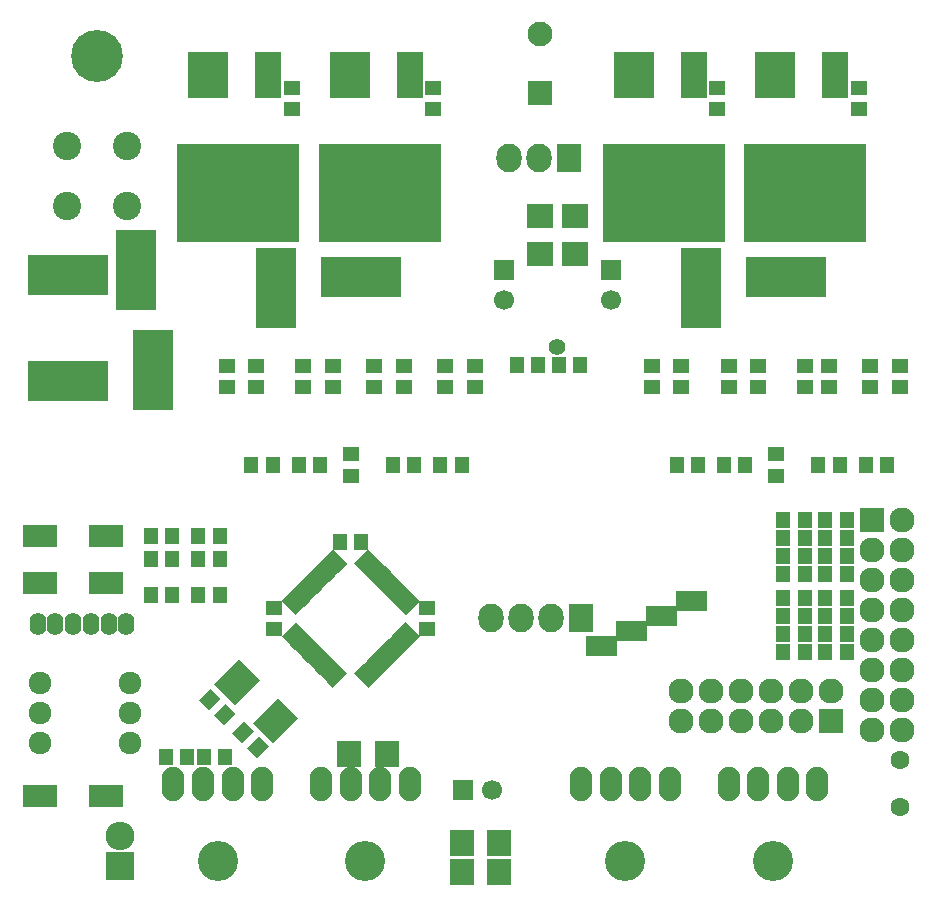
<source format=gbr>
G04 #@! TF.FileFunction,Soldermask,Top*
%FSLAX46Y46*%
G04 Gerber Fmt 4.6, Leading zero omitted, Abs format (unit mm)*
G04 Created by KiCad (PCBNEW 4.0.5) date 02/09/17 17:51:42*
%MOMM*%
%LPD*%
G01*
G04 APERTURE LIST*
%ADD10C,0.100000*%
%ADD11R,3.400000X6.900000*%
%ADD12R,6.851600X3.400000*%
%ADD13C,2.100000*%
%ADD14R,2.100000X2.100000*%
%ADD15R,1.200000X1.400000*%
%ADD16C,1.700000*%
%ADD17R,1.700000X1.700000*%
%ADD18R,2.432000X2.432000*%
%ADD19O,2.432000X2.432000*%
%ADD20R,2.200000X2.000000*%
%ADD21R,1.400000X1.200000*%
%ADD22R,2.000000X2.200000*%
%ADD23C,1.600000*%
%ADD24R,2.127200X2.432000*%
%ADD25O,2.127200X2.432000*%
%ADD26R,2.127200X2.127200*%
%ADD27O,2.127200X2.127200*%
%ADD28R,3.000000X1.900000*%
%ADD29O,1.400000X1.924000*%
%ADD30C,1.924000*%
%ADD31C,2.400000*%
%ADD32C,4.400000*%
%ADD33O,1.900000X2.900000*%
%ADD34C,3.400000*%
%ADD35C,1.400000*%
%ADD36R,2.200000X3.900000*%
%ADD37R,3.400000X3.900000*%
%ADD38R,10.400000X8.400000*%
%ADD39R,1.365200X1.670000*%
G04 APERTURE END LIST*
D10*
D11*
X21700000Y-24000000D03*
D12*
X28900000Y-23100000D03*
D13*
X44000000Y-2500000D03*
D14*
X44000000Y-7500000D03*
D15*
X19600000Y-39000000D03*
X21400000Y-39000000D03*
D10*
G36*
X22608311Y-53962221D02*
X22148692Y-53502602D01*
X23350773Y-52300521D01*
X23810392Y-52760140D01*
X22608311Y-53962221D01*
X22608311Y-53962221D01*
G37*
G36*
X22961864Y-54315774D02*
X22502245Y-53856155D01*
X23704326Y-52654074D01*
X24163945Y-53113693D01*
X22961864Y-54315774D01*
X22961864Y-54315774D01*
G37*
G36*
X23315418Y-54669328D02*
X22855799Y-54209709D01*
X24057880Y-53007628D01*
X24517499Y-53467247D01*
X23315418Y-54669328D01*
X23315418Y-54669328D01*
G37*
G36*
X23668971Y-55022881D02*
X23209352Y-54563262D01*
X24411433Y-53361181D01*
X24871052Y-53820800D01*
X23668971Y-55022881D01*
X23668971Y-55022881D01*
G37*
G36*
X24022524Y-55376434D02*
X23562905Y-54916815D01*
X24764986Y-53714734D01*
X25224605Y-54174353D01*
X24022524Y-55376434D01*
X24022524Y-55376434D01*
G37*
G36*
X24376078Y-55729988D02*
X23916459Y-55270369D01*
X25118540Y-54068288D01*
X25578159Y-54527907D01*
X24376078Y-55729988D01*
X24376078Y-55729988D01*
G37*
G36*
X24729631Y-56083541D02*
X24270012Y-55623922D01*
X25472093Y-54421841D01*
X25931712Y-54881460D01*
X24729631Y-56083541D01*
X24729631Y-56083541D01*
G37*
G36*
X25083185Y-56437095D02*
X24623566Y-55977476D01*
X25825647Y-54775395D01*
X26285266Y-55235014D01*
X25083185Y-56437095D01*
X25083185Y-56437095D01*
G37*
G36*
X25436738Y-56790648D02*
X24977119Y-56331029D01*
X26179200Y-55128948D01*
X26638819Y-55588567D01*
X25436738Y-56790648D01*
X25436738Y-56790648D01*
G37*
G36*
X25790291Y-57144201D02*
X25330672Y-56684582D01*
X26532753Y-55482501D01*
X26992372Y-55942120D01*
X25790291Y-57144201D01*
X25790291Y-57144201D01*
G37*
G36*
X26143845Y-57497755D02*
X25684226Y-57038136D01*
X26886307Y-55836055D01*
X27345926Y-56295674D01*
X26143845Y-57497755D01*
X26143845Y-57497755D01*
G37*
G36*
X26497398Y-57851308D02*
X26037779Y-57391689D01*
X27239860Y-56189608D01*
X27699479Y-56649227D01*
X26497398Y-57851308D01*
X26497398Y-57851308D01*
G37*
G36*
X29962221Y-57391689D02*
X29502602Y-57851308D01*
X28300521Y-56649227D01*
X28760140Y-56189608D01*
X29962221Y-57391689D01*
X29962221Y-57391689D01*
G37*
G36*
X30315774Y-57038136D02*
X29856155Y-57497755D01*
X28654074Y-56295674D01*
X29113693Y-55836055D01*
X30315774Y-57038136D01*
X30315774Y-57038136D01*
G37*
G36*
X30669328Y-56684582D02*
X30209709Y-57144201D01*
X29007628Y-55942120D01*
X29467247Y-55482501D01*
X30669328Y-56684582D01*
X30669328Y-56684582D01*
G37*
G36*
X31022881Y-56331029D02*
X30563262Y-56790648D01*
X29361181Y-55588567D01*
X29820800Y-55128948D01*
X31022881Y-56331029D01*
X31022881Y-56331029D01*
G37*
G36*
X31376434Y-55977476D02*
X30916815Y-56437095D01*
X29714734Y-55235014D01*
X30174353Y-54775395D01*
X31376434Y-55977476D01*
X31376434Y-55977476D01*
G37*
G36*
X31729988Y-55623922D02*
X31270369Y-56083541D01*
X30068288Y-54881460D01*
X30527907Y-54421841D01*
X31729988Y-55623922D01*
X31729988Y-55623922D01*
G37*
G36*
X32083541Y-55270369D02*
X31623922Y-55729988D01*
X30421841Y-54527907D01*
X30881460Y-54068288D01*
X32083541Y-55270369D01*
X32083541Y-55270369D01*
G37*
G36*
X32437095Y-54916815D02*
X31977476Y-55376434D01*
X30775395Y-54174353D01*
X31235014Y-53714734D01*
X32437095Y-54916815D01*
X32437095Y-54916815D01*
G37*
G36*
X32790648Y-54563262D02*
X32331029Y-55022881D01*
X31128948Y-53820800D01*
X31588567Y-53361181D01*
X32790648Y-54563262D01*
X32790648Y-54563262D01*
G37*
G36*
X33144201Y-54209709D02*
X32684582Y-54669328D01*
X31482501Y-53467247D01*
X31942120Y-53007628D01*
X33144201Y-54209709D01*
X33144201Y-54209709D01*
G37*
G36*
X33497755Y-53856155D02*
X33038136Y-54315774D01*
X31836055Y-53113693D01*
X32295674Y-52654074D01*
X33497755Y-53856155D01*
X33497755Y-53856155D01*
G37*
G36*
X33851308Y-53502602D02*
X33391689Y-53962221D01*
X32189608Y-52760140D01*
X32649227Y-52300521D01*
X33851308Y-53502602D01*
X33851308Y-53502602D01*
G37*
G36*
X32649227Y-51699479D02*
X32189608Y-51239860D01*
X33391689Y-50037779D01*
X33851308Y-50497398D01*
X32649227Y-51699479D01*
X32649227Y-51699479D01*
G37*
G36*
X32295674Y-51345926D02*
X31836055Y-50886307D01*
X33038136Y-49684226D01*
X33497755Y-50143845D01*
X32295674Y-51345926D01*
X32295674Y-51345926D01*
G37*
G36*
X31942120Y-50992372D02*
X31482501Y-50532753D01*
X32684582Y-49330672D01*
X33144201Y-49790291D01*
X31942120Y-50992372D01*
X31942120Y-50992372D01*
G37*
G36*
X31588567Y-50638819D02*
X31128948Y-50179200D01*
X32331029Y-48977119D01*
X32790648Y-49436738D01*
X31588567Y-50638819D01*
X31588567Y-50638819D01*
G37*
G36*
X31235014Y-50285266D02*
X30775395Y-49825647D01*
X31977476Y-48623566D01*
X32437095Y-49083185D01*
X31235014Y-50285266D01*
X31235014Y-50285266D01*
G37*
G36*
X30881460Y-49931712D02*
X30421841Y-49472093D01*
X31623922Y-48270012D01*
X32083541Y-48729631D01*
X30881460Y-49931712D01*
X30881460Y-49931712D01*
G37*
G36*
X30527907Y-49578159D02*
X30068288Y-49118540D01*
X31270369Y-47916459D01*
X31729988Y-48376078D01*
X30527907Y-49578159D01*
X30527907Y-49578159D01*
G37*
G36*
X30174353Y-49224605D02*
X29714734Y-48764986D01*
X30916815Y-47562905D01*
X31376434Y-48022524D01*
X30174353Y-49224605D01*
X30174353Y-49224605D01*
G37*
G36*
X29820800Y-48871052D02*
X29361181Y-48411433D01*
X30563262Y-47209352D01*
X31022881Y-47668971D01*
X29820800Y-48871052D01*
X29820800Y-48871052D01*
G37*
G36*
X29467247Y-48517499D02*
X29007628Y-48057880D01*
X30209709Y-46855799D01*
X30669328Y-47315418D01*
X29467247Y-48517499D01*
X29467247Y-48517499D01*
G37*
G36*
X29113693Y-48163945D02*
X28654074Y-47704326D01*
X29856155Y-46502245D01*
X30315774Y-46961864D01*
X29113693Y-48163945D01*
X29113693Y-48163945D01*
G37*
G36*
X28760140Y-47810392D02*
X28300521Y-47350773D01*
X29502602Y-46148692D01*
X29962221Y-46608311D01*
X28760140Y-47810392D01*
X28760140Y-47810392D01*
G37*
G36*
X27699479Y-47350773D02*
X27239860Y-47810392D01*
X26037779Y-46608311D01*
X26497398Y-46148692D01*
X27699479Y-47350773D01*
X27699479Y-47350773D01*
G37*
G36*
X27345926Y-47704326D02*
X26886307Y-48163945D01*
X25684226Y-46961864D01*
X26143845Y-46502245D01*
X27345926Y-47704326D01*
X27345926Y-47704326D01*
G37*
G36*
X26992372Y-48057880D02*
X26532753Y-48517499D01*
X25330672Y-47315418D01*
X25790291Y-46855799D01*
X26992372Y-48057880D01*
X26992372Y-48057880D01*
G37*
G36*
X26638819Y-48411433D02*
X26179200Y-48871052D01*
X24977119Y-47668971D01*
X25436738Y-47209352D01*
X26638819Y-48411433D01*
X26638819Y-48411433D01*
G37*
G36*
X26285266Y-48764986D02*
X25825647Y-49224605D01*
X24623566Y-48022524D01*
X25083185Y-47562905D01*
X26285266Y-48764986D01*
X26285266Y-48764986D01*
G37*
G36*
X25931712Y-49118540D02*
X25472093Y-49578159D01*
X24270012Y-48376078D01*
X24729631Y-47916459D01*
X25931712Y-49118540D01*
X25931712Y-49118540D01*
G37*
G36*
X25578159Y-49472093D02*
X25118540Y-49931712D01*
X23916459Y-48729631D01*
X24376078Y-48270012D01*
X25578159Y-49472093D01*
X25578159Y-49472093D01*
G37*
G36*
X25224605Y-49825647D02*
X24764986Y-50285266D01*
X23562905Y-49083185D01*
X24022524Y-48623566D01*
X25224605Y-49825647D01*
X25224605Y-49825647D01*
G37*
G36*
X24871052Y-50179200D02*
X24411433Y-50638819D01*
X23209352Y-49436738D01*
X23668971Y-48977119D01*
X24871052Y-50179200D01*
X24871052Y-50179200D01*
G37*
G36*
X24517499Y-50532753D02*
X24057880Y-50992372D01*
X22855799Y-49790291D01*
X23315418Y-49330672D01*
X24517499Y-50532753D01*
X24517499Y-50532753D01*
G37*
G36*
X24163945Y-50886307D02*
X23704326Y-51345926D01*
X22502245Y-50143845D01*
X22961864Y-49684226D01*
X24163945Y-50886307D01*
X24163945Y-50886307D01*
G37*
G36*
X23810392Y-51239860D02*
X23350773Y-51699479D01*
X22148692Y-50497398D01*
X22608311Y-50037779D01*
X23810392Y-51239860D01*
X23810392Y-51239860D01*
G37*
D16*
X40000000Y-66500000D03*
D17*
X37500000Y-66500000D03*
D18*
X8500000Y-73000000D03*
D19*
X8500000Y-70460000D03*
D20*
X44000000Y-17900000D03*
X44000000Y-21100000D03*
X47000000Y-17900000D03*
X47000000Y-21100000D03*
D15*
X35600000Y-39000000D03*
X37400000Y-39000000D03*
D10*
G36*
X15194365Y-58934315D02*
X16184315Y-57944365D01*
X17032843Y-58792893D01*
X16042893Y-59782843D01*
X15194365Y-58934315D01*
X15194365Y-58934315D01*
G37*
G36*
X16467157Y-60207107D02*
X17457107Y-59217157D01*
X18305635Y-60065685D01*
X17315685Y-61055635D01*
X16467157Y-60207107D01*
X16467157Y-60207107D01*
G37*
G36*
X21055635Y-62815685D02*
X20065685Y-63805635D01*
X19217157Y-62957107D01*
X20207107Y-61967157D01*
X21055635Y-62815685D01*
X21055635Y-62815685D01*
G37*
G36*
X19782843Y-61542893D02*
X18792893Y-62532843D01*
X17944365Y-61684315D01*
X18934315Y-60694365D01*
X19782843Y-61542893D01*
X19782843Y-61542893D01*
G37*
D15*
X28900000Y-45500000D03*
X27100000Y-45500000D03*
D21*
X21500000Y-51100000D03*
X21500000Y-52900000D03*
D15*
X71600000Y-39000000D03*
X73400000Y-39000000D03*
X59600000Y-39000000D03*
X61400000Y-39000000D03*
X15100000Y-47000000D03*
X16900000Y-47000000D03*
X31600000Y-39000000D03*
X33400000Y-39000000D03*
X67600000Y-39000000D03*
X69400000Y-39000000D03*
X55600000Y-39000000D03*
X57400000Y-39000000D03*
D21*
X34500000Y-52900000D03*
X34500000Y-51100000D03*
X35000000Y-8900000D03*
X35000000Y-7100000D03*
X23000000Y-8900000D03*
X23000000Y-7100000D03*
X71000000Y-8900000D03*
X71000000Y-7100000D03*
X59000000Y-8900000D03*
X59000000Y-7100000D03*
D15*
X15100000Y-50000000D03*
X16900000Y-50000000D03*
X14150000Y-63750000D03*
X12350000Y-63750000D03*
X43900000Y-30500000D03*
X42100000Y-30500000D03*
D21*
X36000000Y-32400000D03*
X36000000Y-30600000D03*
X24000000Y-32400000D03*
X24000000Y-30600000D03*
X30000000Y-32400000D03*
X30000000Y-30600000D03*
X72000000Y-32400000D03*
X72000000Y-30600000D03*
X60000000Y-32400000D03*
X60000000Y-30600000D03*
X53500000Y-32400000D03*
X53500000Y-30600000D03*
X17500000Y-32400000D03*
X17500000Y-30600000D03*
X66500000Y-32400000D03*
X66500000Y-30600000D03*
D15*
X15100000Y-45000000D03*
X16900000Y-45000000D03*
D21*
X64000000Y-38100000D03*
X64000000Y-39900000D03*
D15*
X11100000Y-47000000D03*
X12900000Y-47000000D03*
X11100000Y-50000000D03*
X12900000Y-50000000D03*
X17400000Y-63750000D03*
X15600000Y-63750000D03*
X47400000Y-30500000D03*
X45600000Y-30500000D03*
X11100000Y-45000000D03*
X12900000Y-45000000D03*
D22*
X37400000Y-73500000D03*
X40600000Y-73500000D03*
X37400000Y-71000000D03*
X40600000Y-71000000D03*
D23*
X74500000Y-68000000D03*
X74500000Y-64000000D03*
D15*
X23600000Y-39000000D03*
X25400000Y-39000000D03*
D24*
X47500000Y-52000000D03*
D25*
X44960000Y-52000000D03*
X42420000Y-52000000D03*
X39880000Y-52000000D03*
D21*
X28000000Y-38100000D03*
X28000000Y-39900000D03*
D26*
X68700000Y-60700000D03*
D27*
X68700000Y-58160000D03*
X66160000Y-60700000D03*
X66160000Y-58160000D03*
X63620000Y-60700000D03*
X63620000Y-58160000D03*
X61080000Y-60700000D03*
X61080000Y-58160000D03*
X58540000Y-60700000D03*
X58540000Y-58160000D03*
X56000000Y-60700000D03*
X56000000Y-58160000D03*
D24*
X46500000Y-13000000D03*
D25*
X43960000Y-13000000D03*
X41420000Y-13000000D03*
D28*
X1700000Y-67000000D03*
X7300000Y-67000000D03*
X1700000Y-45000000D03*
X7300000Y-45000000D03*
X1700000Y-49000000D03*
X7300000Y-49000000D03*
D29*
X1500000Y-52500000D03*
X3000000Y-52500000D03*
X4500000Y-52500000D03*
X6000000Y-52500000D03*
X7500000Y-52500000D03*
X9000000Y-52500000D03*
D30*
X9310000Y-62540000D03*
X9310000Y-60000000D03*
X9310000Y-57460000D03*
X1690000Y-57460000D03*
X1690000Y-60000000D03*
X1690000Y-62540000D03*
D10*
G36*
X16393755Y-57515075D02*
X18515075Y-55393755D01*
X20353553Y-57232233D01*
X18232233Y-59353553D01*
X16393755Y-57515075D01*
X16393755Y-57515075D01*
G37*
G36*
X19717158Y-60838478D02*
X21838478Y-58717158D01*
X23535534Y-60414214D01*
X21414214Y-62535534D01*
X19717158Y-60838478D01*
X19717158Y-60838478D01*
G37*
D31*
X9040000Y-12000000D03*
X9040000Y-17080000D03*
X3960000Y-12000000D03*
X3960000Y-17080000D03*
D32*
X6500000Y-4380000D03*
D33*
X13000000Y-66000000D03*
X15500000Y-66000000D03*
X18000000Y-66000000D03*
X20500000Y-66000000D03*
D34*
X16750000Y-72500000D03*
D33*
X25500000Y-66000000D03*
X28000000Y-66000000D03*
X30500000Y-66000000D03*
X33000000Y-66000000D03*
D34*
X29250000Y-72500000D03*
D11*
X57700000Y-24000000D03*
D12*
X64900000Y-23100000D03*
D11*
X9800000Y-22500000D03*
D12*
X4100000Y-22900000D03*
D11*
X11300000Y-31000000D03*
D12*
X4100000Y-31900000D03*
D21*
X38500000Y-30600000D03*
X38500000Y-32400000D03*
X26500000Y-30600000D03*
X26500000Y-32400000D03*
X74500000Y-30600000D03*
X74500000Y-32400000D03*
X62500000Y-30600000D03*
X62500000Y-32400000D03*
X32500000Y-30600000D03*
X32500000Y-32400000D03*
X20000000Y-30600000D03*
X20000000Y-32400000D03*
X68500000Y-30600000D03*
X68500000Y-32400000D03*
X56000000Y-30600000D03*
X56000000Y-32400000D03*
D35*
X45500000Y-29000000D03*
D36*
X21040000Y-6000000D03*
D37*
X15960000Y-6000000D03*
D38*
X18500000Y-16000000D03*
D36*
X33040000Y-6000000D03*
D37*
X27960000Y-6000000D03*
D38*
X30500000Y-16000000D03*
D36*
X57040000Y-6000000D03*
D37*
X51960000Y-6000000D03*
D38*
X54500000Y-16000000D03*
D36*
X69040000Y-6000000D03*
D37*
X63960000Y-6000000D03*
D38*
X66500000Y-16000000D03*
D15*
X69988000Y-54864000D03*
X68188000Y-54864000D03*
X69988000Y-53340000D03*
X68188000Y-53340000D03*
X69988000Y-51816000D03*
X68188000Y-51816000D03*
X69988000Y-50292000D03*
X68188000Y-50292000D03*
X64632000Y-54864000D03*
X66432000Y-54864000D03*
X64632000Y-53340000D03*
X66432000Y-53340000D03*
X64632000Y-51816000D03*
X66432000Y-51816000D03*
X64632000Y-50292000D03*
X66432000Y-50292000D03*
X69988000Y-48260000D03*
X68188000Y-48260000D03*
X69988000Y-46736000D03*
X68188000Y-46736000D03*
X69988000Y-45212000D03*
X68188000Y-45212000D03*
X69988000Y-43688000D03*
X68188000Y-43688000D03*
D39*
X57531000Y-50546000D03*
X56261000Y-50546000D03*
X54991000Y-51816000D03*
X53721000Y-51816000D03*
X52451000Y-53086000D03*
X51181000Y-53086000D03*
X49911000Y-54356000D03*
X48641000Y-54356000D03*
D15*
X64632000Y-48260000D03*
X66432000Y-48260000D03*
X64632000Y-46736000D03*
X66432000Y-46736000D03*
X64632000Y-45212000D03*
X66432000Y-45212000D03*
X64632000Y-43688000D03*
X66432000Y-43688000D03*
D26*
X72136000Y-43688000D03*
D27*
X74676000Y-43688000D03*
X72136000Y-46228000D03*
X74676000Y-46228000D03*
X72136000Y-48768000D03*
X74676000Y-48768000D03*
X72136000Y-51308000D03*
X74676000Y-51308000D03*
X72136000Y-53848000D03*
X74676000Y-53848000D03*
X72136000Y-56388000D03*
X74676000Y-56388000D03*
X72136000Y-58928000D03*
X74676000Y-58928000D03*
X72136000Y-61468000D03*
X74676000Y-61468000D03*
D33*
X47500000Y-66000000D03*
X50000000Y-66000000D03*
X52500000Y-66000000D03*
X55000000Y-66000000D03*
D34*
X51250000Y-72500000D03*
D33*
X60000000Y-66000000D03*
X62500000Y-66000000D03*
X65000000Y-66000000D03*
X67500000Y-66000000D03*
D34*
X63750000Y-72500000D03*
D16*
X41000000Y-25000000D03*
D17*
X41000000Y-22500000D03*
D16*
X50000000Y-25000000D03*
D17*
X50000000Y-22500000D03*
D22*
X27900000Y-63500000D03*
X31100000Y-63500000D03*
M02*

</source>
